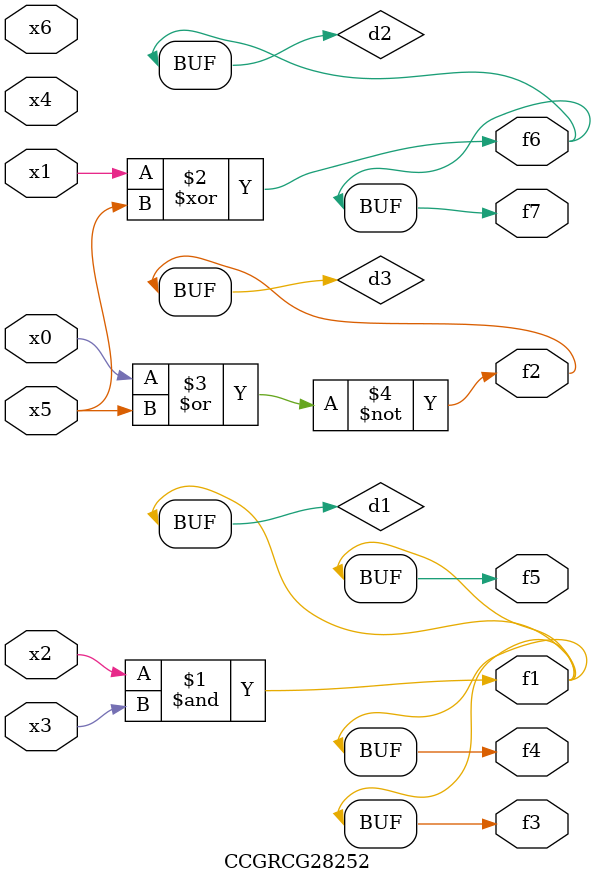
<source format=v>
module CCGRCG28252(
	input x0, x1, x2, x3, x4, x5, x6,
	output f1, f2, f3, f4, f5, f6, f7
);

	wire d1, d2, d3;

	and (d1, x2, x3);
	xor (d2, x1, x5);
	nor (d3, x0, x5);
	assign f1 = d1;
	assign f2 = d3;
	assign f3 = d1;
	assign f4 = d1;
	assign f5 = d1;
	assign f6 = d2;
	assign f7 = d2;
endmodule

</source>
